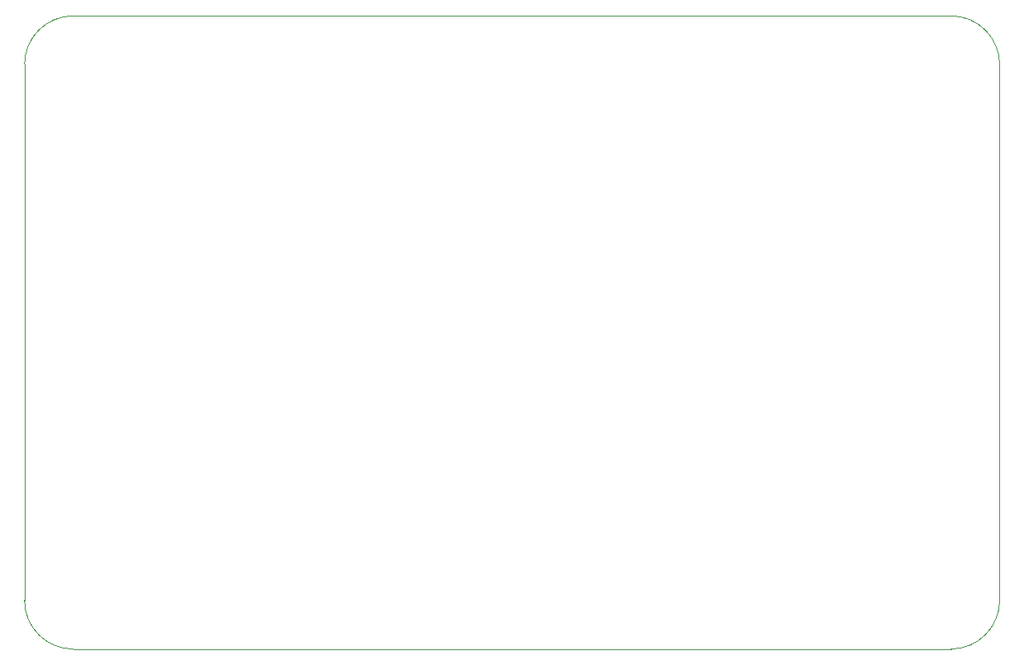
<source format=gbr>
%TF.GenerationSoftware,Altium Limited,Altium Designer,24.0.1 (36)*%
G04 Layer_Color=0*
%FSLAX45Y45*%
%MOMM*%
%TF.SameCoordinates,BDB9926C-BC38-41AE-A616-4D177B64427C*%
%TF.FilePolarity,Positive*%
%TF.FileFunction,Profile,NP*%
%TF.Part,Single*%
G01*
G75*
%TA.AperFunction,Profile*%
%ADD38C,0.02540*%
D38*
X635Y499366D02*
Y5999377D01*
D02*
G02*
X499366Y6498108I498731J0D01*
G01*
X9499384D01*
D02*
G02*
X9998115Y5999377I0J-498731D01*
G01*
Y499366D01*
D02*
G02*
X9499384Y635I-498731J0D01*
G01*
X499366D01*
D02*
G02*
X635Y499366I0J498731D01*
G01*
%TF.MD5,ba5a05207df82a8dc7f1a0456d90f2dd*%
M02*

</source>
